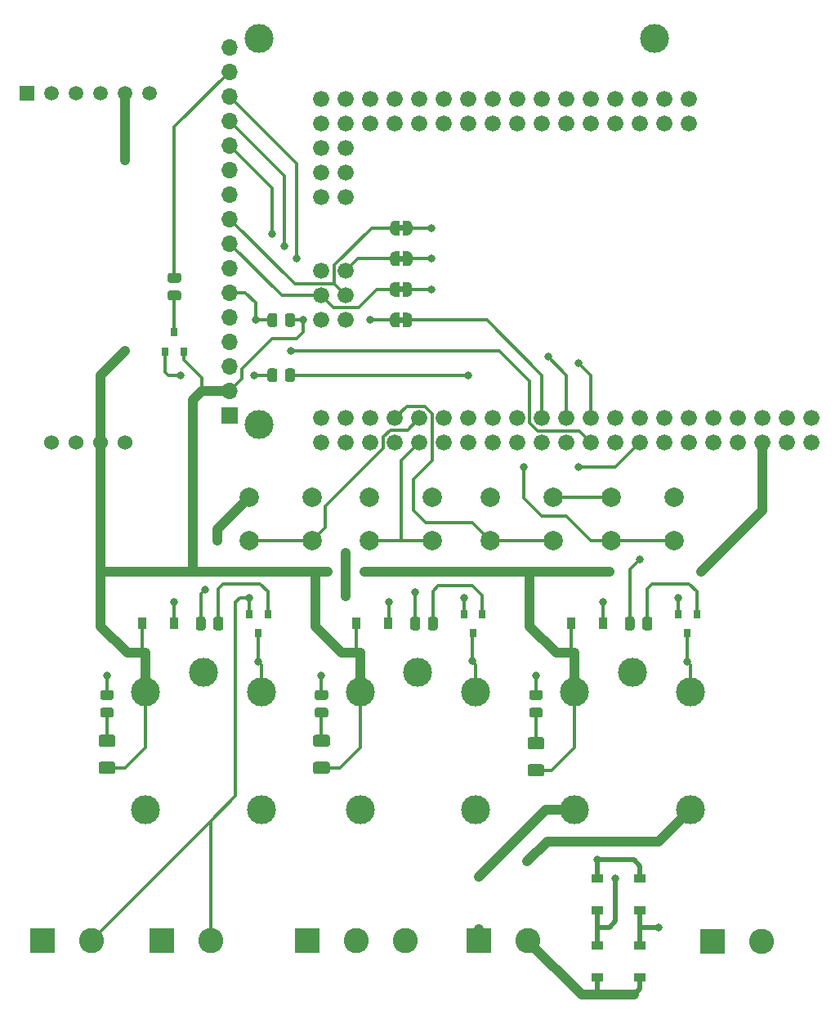
<source format=gbr>
%TF.GenerationSoftware,KiCad,Pcbnew,5.1.10*%
%TF.CreationDate,2022-03-18T21:46:21+01:00*%
%TF.ProjectId,ChickenDoor_V1,43686963-6b65-46e4-946f-6f725f56312e,V1*%
%TF.SameCoordinates,Original*%
%TF.FileFunction,Copper,L1,Top*%
%TF.FilePolarity,Positive*%
%FSLAX46Y46*%
G04 Gerber Fmt 4.6, Leading zero omitted, Abs format (unit mm)*
G04 Created by KiCad (PCBNEW 5.1.10) date 2022-03-18 21:46:21*
%MOMM*%
%LPD*%
G01*
G04 APERTURE LIST*
%TA.AperFunction,EtchedComponent*%
%ADD10C,0.100000*%
%TD*%
%TA.AperFunction,SMDPad,CuDef*%
%ADD11C,0.100000*%
%TD*%
%TA.AperFunction,ComponentPad*%
%ADD12C,3.000000*%
%TD*%
%TA.AperFunction,ComponentPad*%
%ADD13O,1.700000X1.700000*%
%TD*%
%TA.AperFunction,ComponentPad*%
%ADD14R,1.700000X1.700000*%
%TD*%
%TA.AperFunction,ComponentPad*%
%ADD15C,2.600000*%
%TD*%
%TA.AperFunction,ComponentPad*%
%ADD16R,2.600000X2.600000*%
%TD*%
%TA.AperFunction,ComponentPad*%
%ADD17C,1.676400*%
%TD*%
%TA.AperFunction,ComponentPad*%
%ADD18C,1.524000*%
%TD*%
%TA.AperFunction,ComponentPad*%
%ADD19C,1.508000*%
%TD*%
%TA.AperFunction,ComponentPad*%
%ADD20R,1.508000X1.508000*%
%TD*%
%TA.AperFunction,SMDPad,CuDef*%
%ADD21R,0.800000X0.900000*%
%TD*%
%TA.AperFunction,SMDPad,CuDef*%
%ADD22R,0.900000X1.200000*%
%TD*%
%TA.AperFunction,ComponentPad*%
%ADD23C,2.000000*%
%TD*%
%TA.AperFunction,SMDPad,CuDef*%
%ADD24R,1.200000X0.900000*%
%TD*%
%TA.AperFunction,ViaPad*%
%ADD25C,0.800000*%
%TD*%
%TA.AperFunction,Conductor*%
%ADD26C,0.350000*%
%TD*%
%TA.AperFunction,Conductor*%
%ADD27C,1.000000*%
%TD*%
%TA.AperFunction,Conductor*%
%ADD28C,0.500000*%
%TD*%
G04 APERTURE END LIST*
D10*
%TO.C,JP4*%
G36*
X95000000Y-97455000D02*
G01*
X95500000Y-97455000D01*
X95500000Y-96855000D01*
X95000000Y-96855000D01*
X95000000Y-97455000D01*
G37*
%TO.C,JP3*%
G36*
X95500000Y-93680000D02*
G01*
X95000000Y-93680000D01*
X95000000Y-94280000D01*
X95500000Y-94280000D01*
X95500000Y-93680000D01*
G37*
%TO.C,JP2*%
G36*
X95515000Y-90505000D02*
G01*
X95015000Y-90505000D01*
X95015000Y-91105000D01*
X95515000Y-91105000D01*
X95515000Y-90505000D01*
G37*
%TO.C,JP1*%
G36*
X95515000Y-87330000D02*
G01*
X95015000Y-87330000D01*
X95015000Y-87930000D01*
X95515000Y-87930000D01*
X95515000Y-87330000D01*
G37*
%TD*%
%TA.AperFunction,SMDPad,CuDef*%
D11*
%TO.P,JP4,1*%
%TO.N,/SD_CS*%
G36*
X95400000Y-96405000D02*
G01*
X95900000Y-96405000D01*
X95900000Y-96405602D01*
X95924534Y-96405602D01*
X95973365Y-96410412D01*
X96021490Y-96419984D01*
X96068445Y-96434228D01*
X96113778Y-96453005D01*
X96157051Y-96476136D01*
X96197850Y-96503396D01*
X96235779Y-96534524D01*
X96270476Y-96569221D01*
X96301604Y-96607150D01*
X96328864Y-96647949D01*
X96351995Y-96691222D01*
X96370772Y-96736555D01*
X96385016Y-96783510D01*
X96394588Y-96831635D01*
X96399398Y-96880466D01*
X96399398Y-96905000D01*
X96400000Y-96905000D01*
X96400000Y-97405000D01*
X96399398Y-97405000D01*
X96399398Y-97429534D01*
X96394588Y-97478365D01*
X96385016Y-97526490D01*
X96370772Y-97573445D01*
X96351995Y-97618778D01*
X96328864Y-97662051D01*
X96301604Y-97702850D01*
X96270476Y-97740779D01*
X96235779Y-97775476D01*
X96197850Y-97806604D01*
X96157051Y-97833864D01*
X96113778Y-97856995D01*
X96068445Y-97875772D01*
X96021490Y-97890016D01*
X95973365Y-97899588D01*
X95924534Y-97904398D01*
X95900000Y-97904398D01*
X95900000Y-97905000D01*
X95400000Y-97905000D01*
X95400000Y-96405000D01*
G37*
%TD.AperFunction*%
%TA.AperFunction,SMDPad,CuDef*%
%TO.P,JP4,2*%
%TO.N,Net-(J6-Pad14)*%
G36*
X94600000Y-97904398D02*
G01*
X94575466Y-97904398D01*
X94526635Y-97899588D01*
X94478510Y-97890016D01*
X94431555Y-97875772D01*
X94386222Y-97856995D01*
X94342949Y-97833864D01*
X94302150Y-97806604D01*
X94264221Y-97775476D01*
X94229524Y-97740779D01*
X94198396Y-97702850D01*
X94171136Y-97662051D01*
X94148005Y-97618778D01*
X94129228Y-97573445D01*
X94114984Y-97526490D01*
X94105412Y-97478365D01*
X94100602Y-97429534D01*
X94100602Y-97405000D01*
X94100000Y-97405000D01*
X94100000Y-96905000D01*
X94100602Y-96905000D01*
X94100602Y-96880466D01*
X94105412Y-96831635D01*
X94114984Y-96783510D01*
X94129228Y-96736555D01*
X94148005Y-96691222D01*
X94171136Y-96647949D01*
X94198396Y-96607150D01*
X94229524Y-96569221D01*
X94264221Y-96534524D01*
X94302150Y-96503396D01*
X94342949Y-96476136D01*
X94386222Y-96453005D01*
X94431555Y-96434228D01*
X94478510Y-96419984D01*
X94526635Y-96410412D01*
X94575466Y-96405602D01*
X94600000Y-96405602D01*
X94600000Y-96405000D01*
X95100000Y-96405000D01*
X95100000Y-97905000D01*
X94600000Y-97905000D01*
X94600000Y-97904398D01*
G37*
%TD.AperFunction*%
%TD*%
%TA.AperFunction,SMDPad,CuDef*%
%TO.P,JP3,1*%
%TO.N,/SD_MOSI*%
G36*
X95100000Y-94730000D02*
G01*
X94600000Y-94730000D01*
X94600000Y-94729398D01*
X94575466Y-94729398D01*
X94526635Y-94724588D01*
X94478510Y-94715016D01*
X94431555Y-94700772D01*
X94386222Y-94681995D01*
X94342949Y-94658864D01*
X94302150Y-94631604D01*
X94264221Y-94600476D01*
X94229524Y-94565779D01*
X94198396Y-94527850D01*
X94171136Y-94487051D01*
X94148005Y-94443778D01*
X94129228Y-94398445D01*
X94114984Y-94351490D01*
X94105412Y-94303365D01*
X94100602Y-94254534D01*
X94100602Y-94230000D01*
X94100000Y-94230000D01*
X94100000Y-93730000D01*
X94100602Y-93730000D01*
X94100602Y-93705466D01*
X94105412Y-93656635D01*
X94114984Y-93608510D01*
X94129228Y-93561555D01*
X94148005Y-93516222D01*
X94171136Y-93472949D01*
X94198396Y-93432150D01*
X94229524Y-93394221D01*
X94264221Y-93359524D01*
X94302150Y-93328396D01*
X94342949Y-93301136D01*
X94386222Y-93278005D01*
X94431555Y-93259228D01*
X94478510Y-93244984D01*
X94526635Y-93235412D01*
X94575466Y-93230602D01*
X94600000Y-93230602D01*
X94600000Y-93230000D01*
X95100000Y-93230000D01*
X95100000Y-94730000D01*
G37*
%TD.AperFunction*%
%TA.AperFunction,SMDPad,CuDef*%
%TO.P,JP3,2*%
%TO.N,Net-(J6-Pad13)*%
G36*
X95900000Y-93230602D02*
G01*
X95924534Y-93230602D01*
X95973365Y-93235412D01*
X96021490Y-93244984D01*
X96068445Y-93259228D01*
X96113778Y-93278005D01*
X96157051Y-93301136D01*
X96197850Y-93328396D01*
X96235779Y-93359524D01*
X96270476Y-93394221D01*
X96301604Y-93432150D01*
X96328864Y-93472949D01*
X96351995Y-93516222D01*
X96370772Y-93561555D01*
X96385016Y-93608510D01*
X96394588Y-93656635D01*
X96399398Y-93705466D01*
X96399398Y-93730000D01*
X96400000Y-93730000D01*
X96400000Y-94230000D01*
X96399398Y-94230000D01*
X96399398Y-94254534D01*
X96394588Y-94303365D01*
X96385016Y-94351490D01*
X96370772Y-94398445D01*
X96351995Y-94443778D01*
X96328864Y-94487051D01*
X96301604Y-94527850D01*
X96270476Y-94565779D01*
X96235779Y-94600476D01*
X96197850Y-94631604D01*
X96157051Y-94658864D01*
X96113778Y-94681995D01*
X96068445Y-94700772D01*
X96021490Y-94715016D01*
X95973365Y-94724588D01*
X95924534Y-94729398D01*
X95900000Y-94729398D01*
X95900000Y-94730000D01*
X95400000Y-94730000D01*
X95400000Y-93230000D01*
X95900000Y-93230000D01*
X95900000Y-93230602D01*
G37*
%TD.AperFunction*%
%TD*%
%TA.AperFunction,SMDPad,CuDef*%
%TO.P,JP2,1*%
%TO.N,/SD_MISO*%
G36*
X95115000Y-91555000D02*
G01*
X94615000Y-91555000D01*
X94615000Y-91554398D01*
X94590466Y-91554398D01*
X94541635Y-91549588D01*
X94493510Y-91540016D01*
X94446555Y-91525772D01*
X94401222Y-91506995D01*
X94357949Y-91483864D01*
X94317150Y-91456604D01*
X94279221Y-91425476D01*
X94244524Y-91390779D01*
X94213396Y-91352850D01*
X94186136Y-91312051D01*
X94163005Y-91268778D01*
X94144228Y-91223445D01*
X94129984Y-91176490D01*
X94120412Y-91128365D01*
X94115602Y-91079534D01*
X94115602Y-91055000D01*
X94115000Y-91055000D01*
X94115000Y-90555000D01*
X94115602Y-90555000D01*
X94115602Y-90530466D01*
X94120412Y-90481635D01*
X94129984Y-90433510D01*
X94144228Y-90386555D01*
X94163005Y-90341222D01*
X94186136Y-90297949D01*
X94213396Y-90257150D01*
X94244524Y-90219221D01*
X94279221Y-90184524D01*
X94317150Y-90153396D01*
X94357949Y-90126136D01*
X94401222Y-90103005D01*
X94446555Y-90084228D01*
X94493510Y-90069984D01*
X94541635Y-90060412D01*
X94590466Y-90055602D01*
X94615000Y-90055602D01*
X94615000Y-90055000D01*
X95115000Y-90055000D01*
X95115000Y-91555000D01*
G37*
%TD.AperFunction*%
%TA.AperFunction,SMDPad,CuDef*%
%TO.P,JP2,2*%
%TO.N,Net-(J6-Pad12)*%
G36*
X95915000Y-90055602D02*
G01*
X95939534Y-90055602D01*
X95988365Y-90060412D01*
X96036490Y-90069984D01*
X96083445Y-90084228D01*
X96128778Y-90103005D01*
X96172051Y-90126136D01*
X96212850Y-90153396D01*
X96250779Y-90184524D01*
X96285476Y-90219221D01*
X96316604Y-90257150D01*
X96343864Y-90297949D01*
X96366995Y-90341222D01*
X96385772Y-90386555D01*
X96400016Y-90433510D01*
X96409588Y-90481635D01*
X96414398Y-90530466D01*
X96414398Y-90555000D01*
X96415000Y-90555000D01*
X96415000Y-91055000D01*
X96414398Y-91055000D01*
X96414398Y-91079534D01*
X96409588Y-91128365D01*
X96400016Y-91176490D01*
X96385772Y-91223445D01*
X96366995Y-91268778D01*
X96343864Y-91312051D01*
X96316604Y-91352850D01*
X96285476Y-91390779D01*
X96250779Y-91425476D01*
X96212850Y-91456604D01*
X96172051Y-91483864D01*
X96128778Y-91506995D01*
X96083445Y-91525772D01*
X96036490Y-91540016D01*
X95988365Y-91549588D01*
X95939534Y-91554398D01*
X95915000Y-91554398D01*
X95915000Y-91555000D01*
X95415000Y-91555000D01*
X95415000Y-90055000D01*
X95915000Y-90055000D01*
X95915000Y-90055602D01*
G37*
%TD.AperFunction*%
%TD*%
%TA.AperFunction,SMDPad,CuDef*%
%TO.P,JP1,1*%
%TO.N,/SD_SCK*%
G36*
X95115000Y-88380000D02*
G01*
X94615000Y-88380000D01*
X94615000Y-88379398D01*
X94590466Y-88379398D01*
X94541635Y-88374588D01*
X94493510Y-88365016D01*
X94446555Y-88350772D01*
X94401222Y-88331995D01*
X94357949Y-88308864D01*
X94317150Y-88281604D01*
X94279221Y-88250476D01*
X94244524Y-88215779D01*
X94213396Y-88177850D01*
X94186136Y-88137051D01*
X94163005Y-88093778D01*
X94144228Y-88048445D01*
X94129984Y-88001490D01*
X94120412Y-87953365D01*
X94115602Y-87904534D01*
X94115602Y-87880000D01*
X94115000Y-87880000D01*
X94115000Y-87380000D01*
X94115602Y-87380000D01*
X94115602Y-87355466D01*
X94120412Y-87306635D01*
X94129984Y-87258510D01*
X94144228Y-87211555D01*
X94163005Y-87166222D01*
X94186136Y-87122949D01*
X94213396Y-87082150D01*
X94244524Y-87044221D01*
X94279221Y-87009524D01*
X94317150Y-86978396D01*
X94357949Y-86951136D01*
X94401222Y-86928005D01*
X94446555Y-86909228D01*
X94493510Y-86894984D01*
X94541635Y-86885412D01*
X94590466Y-86880602D01*
X94615000Y-86880602D01*
X94615000Y-86880000D01*
X95115000Y-86880000D01*
X95115000Y-88380000D01*
G37*
%TD.AperFunction*%
%TA.AperFunction,SMDPad,CuDef*%
%TO.P,JP1,2*%
%TO.N,Net-(J6-Pad11)*%
G36*
X95915000Y-86880602D02*
G01*
X95939534Y-86880602D01*
X95988365Y-86885412D01*
X96036490Y-86894984D01*
X96083445Y-86909228D01*
X96128778Y-86928005D01*
X96172051Y-86951136D01*
X96212850Y-86978396D01*
X96250779Y-87009524D01*
X96285476Y-87044221D01*
X96316604Y-87082150D01*
X96343864Y-87122949D01*
X96366995Y-87166222D01*
X96385772Y-87211555D01*
X96400016Y-87258510D01*
X96409588Y-87306635D01*
X96414398Y-87355466D01*
X96414398Y-87380000D01*
X96415000Y-87380000D01*
X96415000Y-87880000D01*
X96414398Y-87880000D01*
X96414398Y-87904534D01*
X96409588Y-87953365D01*
X96400016Y-88001490D01*
X96385772Y-88048445D01*
X96366995Y-88093778D01*
X96343864Y-88137051D01*
X96316604Y-88177850D01*
X96285476Y-88215779D01*
X96250779Y-88250476D01*
X96212850Y-88281604D01*
X96172051Y-88308864D01*
X96128778Y-88331995D01*
X96083445Y-88350772D01*
X96036490Y-88365016D01*
X95988365Y-88374588D01*
X95939534Y-88379398D01*
X95915000Y-88379398D01*
X95915000Y-88380000D01*
X95415000Y-88380000D01*
X95415000Y-86880000D01*
X95915000Y-86880000D01*
X95915000Y-86880602D01*
G37*
%TD.AperFunction*%
%TD*%
D12*
%TO.P,J6,17*%
%TO.N,N/C*%
X121500000Y-68000000D03*
X80500000Y-68000000D03*
X80500000Y-108000000D03*
D13*
%TO.P,J6,16*%
%TO.N,GND*%
X77500000Y-68900000D03*
%TO.P,J6,15*%
%TO.N,Net-(J6-Pad15)*%
X77500000Y-71440000D03*
%TO.P,J6,14*%
%TO.N,Net-(J6-Pad14)*%
X77500000Y-73980000D03*
%TO.P,J6,13*%
%TO.N,Net-(J6-Pad13)*%
X77500000Y-76520000D03*
%TO.P,J6,12*%
%TO.N,Net-(J6-Pad12)*%
X77500000Y-79060000D03*
%TO.P,J6,11*%
%TO.N,Net-(J6-Pad11)*%
X77500000Y-81600000D03*
%TO.P,J6,10*%
%TO.N,/TFT_CS*%
X77500000Y-84140000D03*
%TO.P,J6,9*%
%TO.N,/SD_SCK*%
X77500000Y-86680000D03*
%TO.P,J6,8*%
%TO.N,/SD_MOSI*%
X77500000Y-89220000D03*
%TO.P,J6,7*%
%TO.N,/TFT_DataOrCommand*%
X77500000Y-91760000D03*
%TO.P,J6,6*%
%TO.N,/TFT_reset*%
X77500000Y-94300000D03*
%TO.P,J6,5*%
%TO.N,N/C*%
X77500000Y-96840000D03*
%TO.P,J6,4*%
X77500000Y-99380000D03*
%TO.P,J6,3*%
X77500000Y-101920000D03*
%TO.P,J6,2*%
%TO.N,+5V*%
X77500000Y-104460000D03*
D14*
%TO.P,J6,1*%
%TO.N,GND*%
X77500000Y-107000000D03*
%TD*%
D15*
%TO.P,J7,2*%
%TO.N,Net-(D10-Pad1)*%
X132580000Y-161500000D03*
D16*
%TO.P,J7,1*%
%TO.N,Net-(D7-Pad2)*%
X127500000Y-161500000D03*
%TD*%
D15*
%TO.P,J4,2*%
%TO.N,GND*%
X75565000Y-161410000D03*
D16*
%TO.P,J4,1*%
%TO.N,/DoorPositionDown*%
X70485000Y-161410000D03*
%TD*%
D15*
%TO.P,J3,2*%
%TO.N,GND*%
X63180000Y-161360000D03*
D16*
%TO.P,J3,1*%
%TO.N,/DoorPositionUp*%
X58100000Y-161360000D03*
%TD*%
D15*
%TO.P,J2,2*%
%TO.N,Net-(D10-Pad2)*%
X108420000Y-161410000D03*
D16*
%TO.P,J2,1*%
%TO.N,Net-(D7-Pad1)*%
X103340000Y-161410000D03*
%TD*%
D15*
%TO.P,J1,3*%
%TO.N,Net-(J1-Pad3)*%
X95720000Y-161410000D03*
%TO.P,J1,2*%
%TO.N,Net-(J1-Pad2)*%
X90640000Y-161410000D03*
D16*
%TO.P,J1,1*%
%TO.N,Net-(J1-Pad1)*%
X85560000Y-161410000D03*
%TD*%
D17*
%TO.P,U1,MOSI*%
%TO.N,/SD_MOSI*%
X86995000Y-94615000D03*
%TO.P,U1,5V_3*%
%TO.N,+5V*%
X86995000Y-92075000D03*
%TO.P,U1,MISO*%
%TO.N,/SD_MISO*%
X89535000Y-92075000D03*
%TO.P,U1,SCK*%
%TO.N,/SD_SCK*%
X89535000Y-94615000D03*
%TO.P,U1,GND_3*%
%TO.N,GND*%
X86995000Y-97155000D03*
%TO.P,U1,RESET*%
%TO.N,N/C*%
X89535000Y-97155000D03*
%TO.P,U1,D53*%
X89535000Y-84455000D03*
%TO.P,U1,D52*%
X86995000Y-84455000D03*
%TO.P,U1,D50*%
X86995000Y-81915000D03*
%TO.P,U1,D51*%
X89535000Y-81915000D03*
%TO.P,U1,D49*%
X89535000Y-79375000D03*
%TO.P,U1,D48*%
X86995000Y-79375000D03*
%TO.P,U1,D47*%
X86995000Y-76835000D03*
%TO.P,U1,D46*%
X86995000Y-74295000D03*
%TO.P,U1,D45*%
X89535000Y-76835000D03*
%TO.P,U1,D44*%
X89535000Y-74295000D03*
%TO.P,U1,D43*%
X92075000Y-76835000D03*
%TO.P,U1,D42*%
X92075000Y-74295000D03*
%TO.P,U1,D41*%
X94615000Y-76835000D03*
%TO.P,U1,D40*%
X94615000Y-74295000D03*
%TO.P,U1,D39*%
X97155000Y-76835000D03*
%TO.P,U1,D38*%
X97155000Y-74295000D03*
%TO.P,U1,D37*%
X99695000Y-76835000D03*
%TO.P,U1,D36*%
X99695000Y-74295000D03*
%TO.P,U1,D35*%
X102235000Y-76835000D03*
%TO.P,U1,D34*%
X102235000Y-74295000D03*
%TO.P,U1,D33*%
X104775000Y-76835000D03*
%TO.P,U1,D32*%
X104775000Y-74295000D03*
%TO.P,U1,A15*%
X107315000Y-76835000D03*
%TO.P,U1,A14*%
X107315000Y-74295000D03*
%TO.P,U1,A13*%
X109855000Y-76835000D03*
%TO.P,U1,A12*%
X109855000Y-74295000D03*
%TO.P,U1,A11*%
X112395000Y-76835000D03*
%TO.P,U1,A10*%
X112395000Y-74295000D03*
%TO.P,U1,A9*%
X114935000Y-76835000D03*
%TO.P,U1,A8*%
X114935000Y-74295000D03*
%TO.P,U1,A7*%
X117475000Y-76835000D03*
%TO.P,U1,A6*%
X117475000Y-74295000D03*
%TO.P,U1,A4*%
X120015000Y-74295000D03*
%TO.P,U1,A5*%
X120015000Y-76835000D03*
%TO.P,U1,A3*%
X122555000Y-76835000D03*
%TO.P,U1,A2*%
X122555000Y-74295000D03*
%TO.P,U1,A0*%
X125095000Y-74295000D03*
%TO.P,U1,A1*%
X125095000Y-76835000D03*
%TO.P,U1,D22*%
%TO.N,/SW_BackButton*%
X97155000Y-107315000D03*
%TO.P,U1,D24*%
%TO.N,/SW_UpButton*%
X94615000Y-107315000D03*
%TO.P,U1,D26*%
%TO.N,/DoorPositionUp*%
X92075000Y-107315000D03*
%TO.P,U1,D28*%
%TO.N,N/C*%
X89535000Y-107315000D03*
%TO.P,U1,D30*%
X86995000Y-107315000D03*
%TO.P,U1,D31*%
X86995000Y-109855000D03*
%TO.P,U1,D29*%
X89535000Y-109855000D03*
%TO.P,U1,D27*%
%TO.N,/DoorPositionDown*%
X92075000Y-109855000D03*
%TO.P,U1,D25*%
%TO.N,/SW_DownButton*%
X94615000Y-109855000D03*
%TO.P,U1,D23*%
%TO.N,/SW_EnterButton*%
X97155000Y-109855000D03*
%TO.P,U1,D20*%
%TO.N,/RTC_SDA*%
X99695000Y-107315000D03*
%TO.P,U1,D18*%
%TO.N,N/C*%
X102235000Y-107315000D03*
%TO.P,U1,D16*%
X104775000Y-107315000D03*
%TO.P,U1,D14*%
X107315000Y-107315000D03*
%TO.P,U1,D12*%
%TO.N,/SD_CS*%
X109855000Y-107315000D03*
%TO.P,U1,D10*%
%TO.N,/TFT_CS*%
X112395000Y-107315000D03*
%TO.P,U1,D8*%
%TO.N,/TFT_DataOrCommand*%
X114935000Y-107315000D03*
%TO.P,U1,D6*%
%TO.N,/Motor_Down*%
X117475000Y-107315000D03*
%TO.P,U1,D4*%
%TO.N,/TFT_Dimming*%
X120015000Y-107315000D03*
%TO.P,U1,D2*%
%TO.N,N/C*%
X122555000Y-107315000D03*
%TO.P,U1,D21*%
%TO.N,/RTC_SCL*%
X99695000Y-109855000D03*
%TO.P,U1,D19*%
%TO.N,N/C*%
X102235000Y-109855000D03*
%TO.P,U1,D17*%
X104775000Y-109855000D03*
%TO.P,U1,D15*%
X107315000Y-109855000D03*
%TO.P,U1,D13*%
X109855000Y-109855000D03*
%TO.P,U1,D11*%
X112395000Y-109855000D03*
%TO.P,U1,D9*%
%TO.N,/TFT_reset*%
X114935000Y-109855000D03*
%TO.P,U1,D7*%
%TO.N,/Motor_Up*%
X117475000Y-109855000D03*
%TO.P,U1,D5*%
%TO.N,/IndoorLighting*%
X120015000Y-109855000D03*
%TO.P,U1,D3*%
%TO.N,N/C*%
X122555000Y-109855000D03*
%TO.P,U1,TX*%
X125095000Y-109855000D03*
%TO.P,U1,RX*%
X125095000Y-107315000D03*
%TO.P,U1,AREF*%
X127635000Y-107315000D03*
%TO.P,U1,RST*%
X127635000Y-109855000D03*
%TO.P,U1,3V3_1*%
%TO.N,+3V3*%
X130175000Y-109855000D03*
%TO.P,U1,3V3_2*%
X130175000Y-107315000D03*
%TO.P,U1,5V_2*%
%TO.N,+5V*%
X132715000Y-107315000D03*
%TO.P,U1,5V_1*%
X132715000Y-109855000D03*
%TO.P,U1,GND_1*%
%TO.N,GND*%
X135255000Y-109855000D03*
%TO.P,U1,GND_2*%
X135255000Y-107315000D03*
%TO.P,U1,VIN_1*%
%TO.N,Net-(U1-PadVIN_1)*%
X137795000Y-109855000D03*
%TO.P,U1,VIN_2*%
X137795000Y-107315000D03*
%TD*%
D18*
%TO.P,U2,6*%
%TO.N,GND*%
X66675000Y-109855000D03*
%TO.P,U2,5*%
%TO.N,+5V*%
X64135000Y-109855000D03*
%TO.P,U2,4*%
%TO.N,/RTC_SDA*%
X61595000Y-109855000D03*
%TO.P,U2,3*%
%TO.N,/RTC_SCL*%
X59055000Y-109855000D03*
D19*
%TO.P,U2,6*%
%TO.N,GND*%
X69215000Y-73660000D03*
%TO.P,U2,5*%
%TO.N,+5V*%
X66675000Y-73660000D03*
%TO.P,U2,4*%
%TO.N,/RTC_SDA*%
X64135000Y-73660000D03*
%TO.P,U2,3*%
%TO.N,/RTC_SCL*%
X61595000Y-73660000D03*
%TO.P,U2,2*%
%TO.N,N/C*%
X59055000Y-73660000D03*
D20*
%TO.P,U2,1*%
X56515000Y-73660000D03*
%TD*%
%TO.P,R7,2*%
%TO.N,/TFT_Dimming*%
%TA.AperFunction,SMDPad,CuDef*%
G36*
G01*
X83227500Y-103320002D02*
X83227500Y-102419998D01*
G75*
G02*
X83477498Y-102170000I249998J0D01*
G01*
X84002502Y-102170000D01*
G75*
G02*
X84252500Y-102419998I0J-249998D01*
G01*
X84252500Y-103320002D01*
G75*
G02*
X84002502Y-103570000I-249998J0D01*
G01*
X83477498Y-103570000D01*
G75*
G02*
X83227500Y-103320002I0J249998D01*
G01*
G37*
%TD.AperFunction*%
%TO.P,R7,1*%
%TO.N,Net-(Q4-Pad1)*%
%TA.AperFunction,SMDPad,CuDef*%
G36*
G01*
X81402500Y-103320002D02*
X81402500Y-102419998D01*
G75*
G02*
X81652498Y-102170000I249998J0D01*
G01*
X82177502Y-102170000D01*
G75*
G02*
X82427500Y-102419998I0J-249998D01*
G01*
X82427500Y-103320002D01*
G75*
G02*
X82177502Y-103570000I-249998J0D01*
G01*
X81652498Y-103570000D01*
G75*
G02*
X81402500Y-103320002I0J249998D01*
G01*
G37*
%TD.AperFunction*%
%TD*%
D21*
%TO.P,Q4,3*%
%TO.N,Net-(Q4-Pad3)*%
X71755000Y-98425000D03*
%TO.P,Q4,2*%
%TO.N,+5V*%
X72705000Y-100425000D03*
%TO.P,Q4,1*%
%TO.N,Net-(Q4-Pad1)*%
X70805000Y-100425000D03*
%TD*%
%TO.P,D4,2*%
%TO.N,+5V*%
%TA.AperFunction,SMDPad,CuDef*%
G36*
G01*
X108595000Y-143145000D02*
X109845000Y-143145000D01*
G75*
G02*
X110095000Y-143395000I0J-250000D01*
G01*
X110095000Y-144145000D01*
G75*
G02*
X109845000Y-144395000I-250000J0D01*
G01*
X108595000Y-144395000D01*
G75*
G02*
X108345000Y-144145000I0J250000D01*
G01*
X108345000Y-143395000D01*
G75*
G02*
X108595000Y-143145000I250000J0D01*
G01*
G37*
%TD.AperFunction*%
%TO.P,D4,1*%
%TO.N,Net-(D4-Pad1)*%
%TA.AperFunction,SMDPad,CuDef*%
G36*
G01*
X108595000Y-140345000D02*
X109845000Y-140345000D01*
G75*
G02*
X110095000Y-140595000I0J-250000D01*
G01*
X110095000Y-141345000D01*
G75*
G02*
X109845000Y-141595000I-250000J0D01*
G01*
X108595000Y-141595000D01*
G75*
G02*
X108345000Y-141345000I0J250000D01*
G01*
X108345000Y-140595000D01*
G75*
G02*
X108595000Y-140345000I250000J0D01*
G01*
G37*
%TD.AperFunction*%
%TD*%
%TO.P,D3,2*%
%TO.N,+5V*%
%TA.AperFunction,SMDPad,CuDef*%
G36*
G01*
X86370000Y-142885000D02*
X87620000Y-142885000D01*
G75*
G02*
X87870000Y-143135000I0J-250000D01*
G01*
X87870000Y-143885000D01*
G75*
G02*
X87620000Y-144135000I-250000J0D01*
G01*
X86370000Y-144135000D01*
G75*
G02*
X86120000Y-143885000I0J250000D01*
G01*
X86120000Y-143135000D01*
G75*
G02*
X86370000Y-142885000I250000J0D01*
G01*
G37*
%TD.AperFunction*%
%TO.P,D3,1*%
%TO.N,Net-(D3-Pad1)*%
%TA.AperFunction,SMDPad,CuDef*%
G36*
G01*
X86370000Y-140085000D02*
X87620000Y-140085000D01*
G75*
G02*
X87870000Y-140335000I0J-250000D01*
G01*
X87870000Y-141085000D01*
G75*
G02*
X87620000Y-141335000I-250000J0D01*
G01*
X86370000Y-141335000D01*
G75*
G02*
X86120000Y-141085000I0J250000D01*
G01*
X86120000Y-140335000D01*
G75*
G02*
X86370000Y-140085000I250000J0D01*
G01*
G37*
%TD.AperFunction*%
%TD*%
%TO.P,D1,2*%
%TO.N,+5V*%
%TA.AperFunction,SMDPad,CuDef*%
G36*
G01*
X64145000Y-142885000D02*
X65395000Y-142885000D01*
G75*
G02*
X65645000Y-143135000I0J-250000D01*
G01*
X65645000Y-143885000D01*
G75*
G02*
X65395000Y-144135000I-250000J0D01*
G01*
X64145000Y-144135000D01*
G75*
G02*
X63895000Y-143885000I0J250000D01*
G01*
X63895000Y-143135000D01*
G75*
G02*
X64145000Y-142885000I250000J0D01*
G01*
G37*
%TD.AperFunction*%
%TO.P,D1,1*%
%TO.N,Net-(D1-Pad1)*%
%TA.AperFunction,SMDPad,CuDef*%
G36*
G01*
X64145000Y-140085000D02*
X65395000Y-140085000D01*
G75*
G02*
X65645000Y-140335000I0J-250000D01*
G01*
X65645000Y-141085000D01*
G75*
G02*
X65395000Y-141335000I-250000J0D01*
G01*
X64145000Y-141335000D01*
G75*
G02*
X63895000Y-141085000I0J250000D01*
G01*
X63895000Y-140335000D01*
G75*
G02*
X64145000Y-140085000I250000J0D01*
G01*
G37*
%TD.AperFunction*%
%TD*%
%TO.P,Q3,3*%
%TO.N,Net-(D5-Pad2)*%
X102705000Y-129580000D03*
%TO.P,Q3,2*%
%TO.N,GND*%
X101755000Y-127580000D03*
%TO.P,Q3,1*%
%TO.N,Net-(Q3-Pad1)*%
X103655000Y-127580000D03*
%TD*%
%TO.P,Q2,3*%
%TO.N,Net-(D6-Pad2)*%
X124930000Y-129580000D03*
%TO.P,Q2,2*%
%TO.N,GND*%
X123980000Y-127580000D03*
%TO.P,Q2,1*%
%TO.N,Net-(Q2-Pad1)*%
X125880000Y-127580000D03*
%TD*%
%TO.P,Q1,3*%
%TO.N,Net-(D2-Pad2)*%
X80480000Y-129580000D03*
%TO.P,Q1,2*%
%TO.N,GND*%
X79530000Y-127580000D03*
%TO.P,Q1,1*%
%TO.N,Net-(Q1-Pad1)*%
X81430000Y-127580000D03*
%TD*%
D22*
%TO.P,D6,2*%
%TO.N,Net-(D6-Pad2)*%
X116165000Y-128580000D03*
%TO.P,D6,1*%
%TO.N,+5V*%
X112865000Y-128580000D03*
%TD*%
%TO.P,D5,2*%
%TO.N,Net-(D5-Pad2)*%
X93940000Y-128580000D03*
%TO.P,D5,1*%
%TO.N,+5V*%
X90640000Y-128580000D03*
%TD*%
%TO.P,D2,2*%
%TO.N,Net-(D2-Pad2)*%
X71715000Y-128580000D03*
%TO.P,D2,1*%
%TO.N,+5V*%
X68415000Y-128580000D03*
%TD*%
%TO.P,R9,2*%
%TO.N,/TFT_reset*%
%TA.AperFunction,SMDPad,CuDef*%
G36*
G01*
X82427500Y-96704998D02*
X82427500Y-97605002D01*
G75*
G02*
X82177502Y-97855000I-249998J0D01*
G01*
X81652498Y-97855000D01*
G75*
G02*
X81402500Y-97605002I0J249998D01*
G01*
X81402500Y-96704998D01*
G75*
G02*
X81652498Y-96455000I249998J0D01*
G01*
X82177502Y-96455000D01*
G75*
G02*
X82427500Y-96704998I0J-249998D01*
G01*
G37*
%TD.AperFunction*%
%TO.P,R9,1*%
%TO.N,+5V*%
%TA.AperFunction,SMDPad,CuDef*%
G36*
G01*
X84252500Y-96704998D02*
X84252500Y-97605002D01*
G75*
G02*
X84002502Y-97855000I-249998J0D01*
G01*
X83477498Y-97855000D01*
G75*
G02*
X83227500Y-97605002I0J249998D01*
G01*
X83227500Y-96704998D01*
G75*
G02*
X83477498Y-96455000I249998J0D01*
G01*
X84002502Y-96455000D01*
G75*
G02*
X84252500Y-96704998I0J-249998D01*
G01*
G37*
%TD.AperFunction*%
%TD*%
%TO.P,R8,2*%
%TO.N,Net-(Q4-Pad3)*%
%TA.AperFunction,SMDPad,CuDef*%
G36*
G01*
X71304998Y-94102500D02*
X72205002Y-94102500D01*
G75*
G02*
X72455000Y-94352498I0J-249998D01*
G01*
X72455000Y-94877502D01*
G75*
G02*
X72205002Y-95127500I-249998J0D01*
G01*
X71304998Y-95127500D01*
G75*
G02*
X71055000Y-94877502I0J249998D01*
G01*
X71055000Y-94352498D01*
G75*
G02*
X71304998Y-94102500I249998J0D01*
G01*
G37*
%TD.AperFunction*%
%TO.P,R8,1*%
%TO.N,Net-(J6-Pad15)*%
%TA.AperFunction,SMDPad,CuDef*%
G36*
G01*
X71304998Y-92277500D02*
X72205002Y-92277500D01*
G75*
G02*
X72455000Y-92527498I0J-249998D01*
G01*
X72455000Y-93052502D01*
G75*
G02*
X72205002Y-93302500I-249998J0D01*
G01*
X71304998Y-93302500D01*
G75*
G02*
X71055000Y-93052502I0J249998D01*
G01*
X71055000Y-92527498D01*
G75*
G02*
X71304998Y-92277500I249998J0D01*
G01*
G37*
%TD.AperFunction*%
%TD*%
%TO.P,R4,2*%
%TO.N,/Motor_Down*%
%TA.AperFunction,SMDPad,CuDef*%
G36*
G01*
X119450000Y-128129998D02*
X119450000Y-129030002D01*
G75*
G02*
X119200002Y-129280000I-249998J0D01*
G01*
X118674998Y-129280000D01*
G75*
G02*
X118425000Y-129030002I0J249998D01*
G01*
X118425000Y-128129998D01*
G75*
G02*
X118674998Y-127880000I249998J0D01*
G01*
X119200002Y-127880000D01*
G75*
G02*
X119450000Y-128129998I0J-249998D01*
G01*
G37*
%TD.AperFunction*%
%TO.P,R4,1*%
%TO.N,Net-(Q2-Pad1)*%
%TA.AperFunction,SMDPad,CuDef*%
G36*
G01*
X121275000Y-128129998D02*
X121275000Y-129030002D01*
G75*
G02*
X121025002Y-129280000I-249998J0D01*
G01*
X120499998Y-129280000D01*
G75*
G02*
X120250000Y-129030002I0J249998D01*
G01*
X120250000Y-128129998D01*
G75*
G02*
X120499998Y-127880000I249998J0D01*
G01*
X121025002Y-127880000D01*
G75*
G02*
X121275000Y-128129998I0J-249998D01*
G01*
G37*
%TD.AperFunction*%
%TD*%
%TO.P,R3,2*%
%TO.N,/Motor_Up*%
%TA.AperFunction,SMDPad,CuDef*%
G36*
G01*
X97225000Y-128129998D02*
X97225000Y-129030002D01*
G75*
G02*
X96975002Y-129280000I-249998J0D01*
G01*
X96449998Y-129280000D01*
G75*
G02*
X96200000Y-129030002I0J249998D01*
G01*
X96200000Y-128129998D01*
G75*
G02*
X96449998Y-127880000I249998J0D01*
G01*
X96975002Y-127880000D01*
G75*
G02*
X97225000Y-128129998I0J-249998D01*
G01*
G37*
%TD.AperFunction*%
%TO.P,R3,1*%
%TO.N,Net-(Q3-Pad1)*%
%TA.AperFunction,SMDPad,CuDef*%
G36*
G01*
X99050000Y-128129998D02*
X99050000Y-129030002D01*
G75*
G02*
X98800002Y-129280000I-249998J0D01*
G01*
X98274998Y-129280000D01*
G75*
G02*
X98025000Y-129030002I0J249998D01*
G01*
X98025000Y-128129998D01*
G75*
G02*
X98274998Y-127880000I249998J0D01*
G01*
X98800002Y-127880000D01*
G75*
G02*
X99050000Y-128129998I0J-249998D01*
G01*
G37*
%TD.AperFunction*%
%TD*%
%TO.P,R1,2*%
%TO.N,/IndoorLighting*%
%TA.AperFunction,SMDPad,CuDef*%
G36*
G01*
X75000000Y-128129998D02*
X75000000Y-129030002D01*
G75*
G02*
X74750002Y-129280000I-249998J0D01*
G01*
X74224998Y-129280000D01*
G75*
G02*
X73975000Y-129030002I0J249998D01*
G01*
X73975000Y-128129998D01*
G75*
G02*
X74224998Y-127880000I249998J0D01*
G01*
X74750002Y-127880000D01*
G75*
G02*
X75000000Y-128129998I0J-249998D01*
G01*
G37*
%TD.AperFunction*%
%TO.P,R1,1*%
%TO.N,Net-(Q1-Pad1)*%
%TA.AperFunction,SMDPad,CuDef*%
G36*
G01*
X76825000Y-128129998D02*
X76825000Y-129030002D01*
G75*
G02*
X76575002Y-129280000I-249998J0D01*
G01*
X76049998Y-129280000D01*
G75*
G02*
X75800000Y-129030002I0J249998D01*
G01*
X75800000Y-128129998D01*
G75*
G02*
X76049998Y-127880000I249998J0D01*
G01*
X76575002Y-127880000D01*
G75*
G02*
X76825000Y-128129998I0J-249998D01*
G01*
G37*
%TD.AperFunction*%
%TD*%
%TO.P,R6,2*%
%TO.N,Net-(D4-Pad1)*%
%TA.AperFunction,SMDPad,CuDef*%
G36*
G01*
X108769998Y-137282500D02*
X109670002Y-137282500D01*
G75*
G02*
X109920000Y-137532498I0J-249998D01*
G01*
X109920000Y-138057502D01*
G75*
G02*
X109670002Y-138307500I-249998J0D01*
G01*
X108769998Y-138307500D01*
G75*
G02*
X108520000Y-138057502I0J249998D01*
G01*
X108520000Y-137532498D01*
G75*
G02*
X108769998Y-137282500I249998J0D01*
G01*
G37*
%TD.AperFunction*%
%TO.P,R6,1*%
%TO.N,Net-(D6-Pad2)*%
%TA.AperFunction,SMDPad,CuDef*%
G36*
G01*
X108769998Y-135457500D02*
X109670002Y-135457500D01*
G75*
G02*
X109920000Y-135707498I0J-249998D01*
G01*
X109920000Y-136232502D01*
G75*
G02*
X109670002Y-136482500I-249998J0D01*
G01*
X108769998Y-136482500D01*
G75*
G02*
X108520000Y-136232502I0J249998D01*
G01*
X108520000Y-135707498D01*
G75*
G02*
X108769998Y-135457500I249998J0D01*
G01*
G37*
%TD.AperFunction*%
%TD*%
%TO.P,R5,2*%
%TO.N,Net-(D3-Pad1)*%
%TA.AperFunction,SMDPad,CuDef*%
G36*
G01*
X86544998Y-137282500D02*
X87445002Y-137282500D01*
G75*
G02*
X87695000Y-137532498I0J-249998D01*
G01*
X87695000Y-138057502D01*
G75*
G02*
X87445002Y-138307500I-249998J0D01*
G01*
X86544998Y-138307500D01*
G75*
G02*
X86295000Y-138057502I0J249998D01*
G01*
X86295000Y-137532498D01*
G75*
G02*
X86544998Y-137282500I249998J0D01*
G01*
G37*
%TD.AperFunction*%
%TO.P,R5,1*%
%TO.N,Net-(D5-Pad2)*%
%TA.AperFunction,SMDPad,CuDef*%
G36*
G01*
X86544998Y-135457500D02*
X87445002Y-135457500D01*
G75*
G02*
X87695000Y-135707498I0J-249998D01*
G01*
X87695000Y-136232502D01*
G75*
G02*
X87445002Y-136482500I-249998J0D01*
G01*
X86544998Y-136482500D01*
G75*
G02*
X86295000Y-136232502I0J249998D01*
G01*
X86295000Y-135707498D01*
G75*
G02*
X86544998Y-135457500I249998J0D01*
G01*
G37*
%TD.AperFunction*%
%TD*%
%TO.P,R2,2*%
%TO.N,Net-(D1-Pad1)*%
%TA.AperFunction,SMDPad,CuDef*%
G36*
G01*
X64319998Y-137282500D02*
X65220002Y-137282500D01*
G75*
G02*
X65470000Y-137532498I0J-249998D01*
G01*
X65470000Y-138057502D01*
G75*
G02*
X65220002Y-138307500I-249998J0D01*
G01*
X64319998Y-138307500D01*
G75*
G02*
X64070000Y-138057502I0J249998D01*
G01*
X64070000Y-137532498D01*
G75*
G02*
X64319998Y-137282500I249998J0D01*
G01*
G37*
%TD.AperFunction*%
%TO.P,R2,1*%
%TO.N,Net-(D2-Pad2)*%
%TA.AperFunction,SMDPad,CuDef*%
G36*
G01*
X64319998Y-135457500D02*
X65220002Y-135457500D01*
G75*
G02*
X65470000Y-135707498I0J-249998D01*
G01*
X65470000Y-136232502D01*
G75*
G02*
X65220002Y-136482500I-249998J0D01*
G01*
X64319998Y-136482500D01*
G75*
G02*
X64070000Y-136232502I0J249998D01*
G01*
X64070000Y-135707498D01*
G75*
G02*
X64319998Y-135457500I249998J0D01*
G01*
G37*
%TD.AperFunction*%
%TD*%
D12*
%TO.P,K3,11*%
%TO.N,Net-(D10-Pad1)*%
X119215000Y-133660000D03*
%TO.P,K3,A2*%
%TO.N,Net-(D6-Pad2)*%
X125215000Y-135660000D03*
%TO.P,K3,12*%
%TO.N,Net-(D10-Pad2)*%
X125215000Y-147860000D03*
%TO.P,K3,14*%
%TO.N,Net-(D7-Pad1)*%
X113215000Y-147860000D03*
%TO.P,K3,A1*%
%TO.N,+5V*%
X113215000Y-135660000D03*
%TD*%
%TO.P,K2,11*%
%TO.N,Net-(D7-Pad2)*%
X96990000Y-133660000D03*
%TO.P,K2,A2*%
%TO.N,Net-(D5-Pad2)*%
X102990000Y-135660000D03*
%TO.P,K2,12*%
%TO.N,Net-(D10-Pad2)*%
X102990000Y-147860000D03*
%TO.P,K2,14*%
%TO.N,Net-(D7-Pad1)*%
X90990000Y-147860000D03*
%TO.P,K2,A1*%
%TO.N,+5V*%
X90990000Y-135660000D03*
%TD*%
%TO.P,K1,11*%
%TO.N,Net-(J1-Pad2)*%
X74765000Y-133660000D03*
%TO.P,K1,A2*%
%TO.N,Net-(D2-Pad2)*%
X80765000Y-135660000D03*
%TO.P,K1,12*%
%TO.N,Net-(J1-Pad3)*%
X80765000Y-147860000D03*
%TO.P,K1,14*%
%TO.N,Net-(J1-Pad1)*%
X68765000Y-147860000D03*
%TO.P,K1,A1*%
%TO.N,+5V*%
X68765000Y-135660000D03*
%TD*%
D23*
%TO.P,SW4,1*%
%TO.N,/SW_DownButton*%
X117000000Y-120000000D03*
%TO.P,SW4,2*%
%TO.N,GND*%
X117000000Y-115500000D03*
%TO.P,SW4,1*%
%TO.N,/SW_DownButton*%
X123500000Y-120000000D03*
%TO.P,SW4,2*%
%TO.N,GND*%
X123500000Y-115500000D03*
%TD*%
%TO.P,SW3,1*%
%TO.N,/SW_UpButton*%
X104500000Y-120000000D03*
%TO.P,SW3,2*%
%TO.N,GND*%
X104500000Y-115500000D03*
%TO.P,SW3,1*%
%TO.N,/SW_UpButton*%
X111000000Y-120000000D03*
%TO.P,SW3,2*%
%TO.N,GND*%
X111000000Y-115500000D03*
%TD*%
%TO.P,SW2,1*%
%TO.N,/SW_EnterButton*%
X92000000Y-119985000D03*
%TO.P,SW2,2*%
%TO.N,GND*%
X92000000Y-115485000D03*
%TO.P,SW2,1*%
%TO.N,/SW_EnterButton*%
X98500000Y-119985000D03*
%TO.P,SW2,2*%
%TO.N,GND*%
X98500000Y-115485000D03*
%TD*%
%TO.P,SW1,1*%
%TO.N,/SW_BackButton*%
X79500000Y-120000000D03*
%TO.P,SW1,2*%
%TO.N,GND*%
X79500000Y-115500000D03*
%TO.P,SW1,1*%
%TO.N,/SW_BackButton*%
X86000000Y-120000000D03*
%TO.P,SW1,2*%
%TO.N,GND*%
X86000000Y-115500000D03*
%TD*%
D24*
%TO.P,D10,2*%
%TO.N,Net-(D10-Pad2)*%
X115570000Y-165225000D03*
%TO.P,D10,1*%
%TO.N,Net-(D10-Pad1)*%
X115570000Y-161925000D03*
%TD*%
%TO.P,D9,2*%
%TO.N,Net-(D10-Pad1)*%
X115570000Y-158240000D03*
%TO.P,D9,1*%
%TO.N,Net-(D7-Pad1)*%
X115570000Y-154940000D03*
%TD*%
%TO.P,D8,2*%
%TO.N,Net-(D10-Pad2)*%
X120015000Y-165225000D03*
%TO.P,D8,1*%
%TO.N,Net-(D7-Pad2)*%
X120015000Y-161925000D03*
%TD*%
%TO.P,D7,2*%
%TO.N,Net-(D7-Pad2)*%
X120015000Y-158240000D03*
%TO.P,D7,1*%
%TO.N,Net-(D7-Pad1)*%
X120015000Y-154940000D03*
%TD*%
D25*
%TO.N,Net-(D2-Pad2)*%
X80480000Y-132550000D03*
X71755000Y-126365000D03*
X64770000Y-133985000D03*
%TO.N,+5V*%
X66675000Y-80645000D03*
X66675000Y-100330000D03*
X116840000Y-123190000D03*
X126365000Y-123190000D03*
X85090000Y-97155000D03*
X87630000Y-123190000D03*
X91440000Y-123190000D03*
%TO.N,Net-(D6-Pad2)*%
X124930000Y-132550000D03*
X116205000Y-126365000D03*
X109220000Y-133985000D03*
%TO.N,Net-(D7-Pad2)*%
X121920000Y-160020000D03*
%TO.N,Net-(D7-Pad1)*%
X103340000Y-154775000D03*
X115570000Y-153035000D03*
%TO.N,Net-(D10-Pad2)*%
X108340000Y-153210000D03*
%TO.N,Net-(D10-Pad1)*%
X117475000Y-154940000D03*
%TO.N,GND*%
X101755000Y-125885000D03*
X79530000Y-125885000D03*
X123980000Y-125885000D03*
X76200000Y-120015000D03*
X89535000Y-121285000D03*
X89535000Y-125730000D03*
%TO.N,Net-(Q4-Pad1)*%
X80010000Y-102870000D03*
X72390000Y-102870000D03*
%TO.N,/IndoorLighting*%
X74930000Y-125095000D03*
X113665000Y-112395000D03*
%TO.N,/Motor_Up*%
X96712500Y-125287500D03*
%TO.N,/Motor_Down*%
X120015000Y-121920000D03*
%TO.N,/TFT_reset*%
X80150000Y-97155000D03*
X83820000Y-100330000D03*
%TO.N,/TFT_Dimming*%
X102235000Y-102870000D03*
%TO.N,/SW_DownButton*%
X107950000Y-112395000D03*
%TO.N,/TFT_CS*%
X110490000Y-100965000D03*
%TO.N,/TFT_DataOrCommand*%
X113665000Y-101600000D03*
%TO.N,Net-(D5-Pad2)*%
X102629990Y-132474990D03*
X93980000Y-126365000D03*
X86995000Y-133985000D03*
%TO.N,Net-(J6-Pad14)*%
X92075000Y-97155000D03*
X84455000Y-90805000D03*
%TO.N,Net-(J6-Pad13)*%
X98425000Y-93980000D03*
X83185000Y-89535000D03*
%TO.N,Net-(J6-Pad12)*%
X98425000Y-90805000D03*
X81915000Y-88265000D03*
%TO.N,Net-(J6-Pad11)*%
X98425000Y-87630000D03*
%TD*%
D26*
%TO.N,Net-(D2-Pad2)*%
X80480000Y-129580000D02*
X80480000Y-132550000D01*
X80765000Y-132835000D02*
X80765000Y-135660000D01*
X80480000Y-132550000D02*
X80480000Y-132550000D01*
X80480000Y-132550000D02*
X80765000Y-132835000D01*
X71755000Y-128540000D02*
X71715000Y-128580000D01*
X71755000Y-126365000D02*
X71755000Y-128540000D01*
X64770000Y-135970000D02*
X64770000Y-133985000D01*
D27*
%TO.N,+5V*%
X68765000Y-135660000D02*
X68765000Y-131630000D01*
D26*
X68415000Y-131280000D02*
X68415000Y-128580000D01*
X68765000Y-131630000D02*
X68415000Y-131280000D01*
D27*
X90990000Y-135660000D02*
X90990000Y-131630000D01*
D26*
X90640000Y-131280000D02*
X90640000Y-128580000D01*
X90990000Y-131630000D02*
X90640000Y-131280000D01*
D27*
X113215000Y-135660000D02*
X113215000Y-131630000D01*
D26*
X112865000Y-131280000D02*
X112865000Y-128580000D01*
X113215000Y-131630000D02*
X112865000Y-131280000D01*
X64605000Y-143510000D02*
X66675000Y-143510000D01*
X68765000Y-141420000D02*
X68765000Y-135660000D01*
X66675000Y-143510000D02*
X68765000Y-141420000D01*
X86995000Y-143510000D02*
X88900000Y-143510000D01*
X90990000Y-141420000D02*
X90990000Y-135660000D01*
X88900000Y-143510000D02*
X90990000Y-141420000D01*
X109220000Y-143770000D02*
X110865000Y-143770000D01*
X113215000Y-141420000D02*
X113215000Y-135660000D01*
X110865000Y-143770000D02*
X113215000Y-141420000D01*
D27*
X90990000Y-131630000D02*
X89085000Y-131630000D01*
X89085000Y-131630000D02*
X86360000Y-128905000D01*
X86360000Y-128905000D02*
X86360000Y-123190000D01*
X66860000Y-131630000D02*
X68765000Y-131630000D01*
X64135000Y-128905000D02*
X66860000Y-131630000D01*
X64135000Y-109855000D02*
X64135000Y-123190000D01*
X64135000Y-123190000D02*
X64135000Y-128905000D01*
X108585000Y-128905000D02*
X111310000Y-131630000D01*
X108585000Y-123190000D02*
X108585000Y-128905000D01*
X111310000Y-131630000D02*
X113215000Y-131630000D01*
X66675000Y-73660000D02*
X66675000Y-80645000D01*
X64135000Y-102870000D02*
X66675000Y-100330000D01*
X64135000Y-109855000D02*
X64135000Y-102870000D01*
X108585000Y-123190000D02*
X116840000Y-123190000D01*
X132715000Y-116840000D02*
X126365000Y-123190000D01*
X132715000Y-109855000D02*
X132715000Y-116840000D01*
X64135000Y-123190000D02*
X73660000Y-123190000D01*
X74610000Y-104460000D02*
X77500000Y-104460000D01*
X73660000Y-123190000D02*
X73660000Y-105410000D01*
X73977500Y-105092500D02*
X74610000Y-104460000D01*
X73660000Y-105410000D02*
X73977500Y-105092500D01*
D26*
X73975000Y-105090000D02*
X73977500Y-105092500D01*
X78725001Y-103234999D02*
X77500000Y-104460000D01*
X84455000Y-99060000D02*
X81915000Y-99060000D01*
X85090000Y-98425000D02*
X84455000Y-99060000D01*
X78725001Y-102249999D02*
X78725001Y-103234999D01*
X81915000Y-99060000D02*
X78725001Y-102249999D01*
X85090000Y-97155000D02*
X85090000Y-98425000D01*
X83740000Y-97155000D02*
X85090000Y-97155000D01*
D27*
X73660000Y-123190000D02*
X86360000Y-123190000D01*
X86360000Y-123190000D02*
X87630000Y-123190000D01*
X108585000Y-123190000D02*
X91440000Y-123190000D01*
D26*
X72705000Y-100425000D02*
X72705000Y-101280000D01*
X74610000Y-103185000D02*
X74610000Y-104460000D01*
X72705000Y-101280000D02*
X74610000Y-103185000D01*
%TO.N,Net-(D6-Pad2)*%
X125215000Y-132835000D02*
X125215000Y-135660000D01*
X124930000Y-132550000D02*
X125215000Y-132835000D01*
X124930000Y-131610000D02*
X124930000Y-132550000D01*
X124930000Y-129580000D02*
X124930000Y-131610000D01*
X116205000Y-128540000D02*
X116165000Y-128580000D01*
X116205000Y-126365000D02*
X116205000Y-128540000D01*
X109220000Y-135970000D02*
X109220000Y-133985000D01*
D28*
%TO.N,Net-(D7-Pad2)*%
X120015000Y-160020000D02*
X121920000Y-160020000D01*
X120015000Y-158240000D02*
X120015000Y-160020000D01*
X120015000Y-160020000D02*
X120015000Y-161925000D01*
X121920000Y-160020000D02*
X121920000Y-160020000D01*
D27*
%TO.N,Net-(D7-Pad1)*%
X103340000Y-161410000D02*
X103340000Y-160210000D01*
D28*
X120015000Y-154940000D02*
X120015000Y-153670000D01*
X120015000Y-153670000D02*
X119380000Y-153035000D01*
D27*
X110255000Y-147860000D02*
X113215000Y-147860000D01*
X103340000Y-154775000D02*
X110255000Y-147860000D01*
D28*
X115570000Y-154940000D02*
X115570000Y-153035000D01*
X115570000Y-153035000D02*
X115570000Y-153035000D01*
X115570000Y-153035000D02*
X119380000Y-153035000D01*
%TO.N,Net-(D10-Pad2)*%
X120015000Y-166370000D02*
X120015000Y-165225000D01*
X119380000Y-167005000D02*
X120015000Y-166370000D01*
D27*
X108340000Y-153210000D02*
X110420000Y-151130000D01*
X121945000Y-151130000D02*
X125215000Y-147860000D01*
X110420000Y-151130000D02*
X121945000Y-151130000D01*
X108340000Y-161410000D02*
X113935000Y-167005000D01*
D28*
X115570000Y-165225000D02*
X115570000Y-167005000D01*
D27*
X115570000Y-167005000D02*
X119380000Y-167005000D01*
X113935000Y-167005000D02*
X115570000Y-167005000D01*
D28*
%TO.N,Net-(D10-Pad1)*%
X115570000Y-160020000D02*
X116840000Y-160020000D01*
X115570000Y-158240000D02*
X115570000Y-160020000D01*
X115570000Y-160020000D02*
X115570000Y-161925000D01*
X116840000Y-160020000D02*
X117475000Y-159385000D01*
X117475000Y-159385000D02*
X117475000Y-154940000D01*
X117475000Y-154940000D02*
X117475000Y-154940000D01*
D26*
%TO.N,GND*%
X101755000Y-127580000D02*
X101755000Y-125885000D01*
X79530000Y-127580000D02*
X79530000Y-125885000D01*
X101755000Y-125885000D02*
X101755000Y-125885000D01*
X79530000Y-125885000D02*
X79530000Y-125885000D01*
X123980000Y-127580000D02*
X123980000Y-125885000D01*
X123980000Y-125885000D02*
X123980000Y-125885000D01*
X75565000Y-149225000D02*
X75440000Y-149100000D01*
X75565000Y-161410000D02*
X75565000Y-149225000D01*
X63180000Y-161360000D02*
X75440000Y-149100000D01*
X78105000Y-126365000D02*
X78585000Y-125885000D01*
X78105000Y-146435000D02*
X78105000Y-126365000D01*
X78585000Y-125885000D02*
X79530000Y-125885000D01*
X75440000Y-149100000D02*
X78105000Y-146435000D01*
D27*
X79500000Y-115500000D02*
X76200000Y-118800000D01*
X76200000Y-118800000D02*
X76200000Y-120015000D01*
D26*
X117000000Y-115500000D02*
X111000000Y-115500000D01*
D27*
X89535000Y-125730000D02*
X89535000Y-121285000D01*
D26*
%TO.N,Net-(Q4-Pad1)*%
X81915000Y-102870000D02*
X80010000Y-102870000D01*
X70805000Y-100425000D02*
X70805000Y-102555000D01*
X71120000Y-102870000D02*
X72390000Y-102870000D01*
X70805000Y-102555000D02*
X71120000Y-102870000D01*
%TO.N,Net-(D1-Pad1)*%
X64770000Y-140710000D02*
X64770000Y-137795000D01*
%TO.N,Net-(D3-Pad1)*%
X86995000Y-140710000D02*
X86995000Y-137795000D01*
%TO.N,/IndoorLighting*%
X74487500Y-128580000D02*
X74487500Y-125537500D01*
X74487500Y-125537500D02*
X74930000Y-125095000D01*
X117475000Y-112395000D02*
X120015000Y-109855000D01*
X113665000Y-112395000D02*
X117475000Y-112395000D01*
%TO.N,/Motor_Up*%
X96712500Y-128580000D02*
X96712500Y-125287500D01*
%TO.N,/Motor_Down*%
X118937500Y-128580000D02*
X118937500Y-122997500D01*
X118937500Y-122997500D02*
X120015000Y-121920000D01*
%TO.N,/TFT_reset*%
X80010000Y-97155000D02*
X81915000Y-97155000D01*
X113721799Y-108641799D02*
X114935000Y-109855000D01*
X108585000Y-107840538D02*
X109386261Y-108641799D01*
X108585000Y-103505000D02*
X108585000Y-107840538D01*
X105410000Y-100330000D02*
X108585000Y-103505000D01*
X109386261Y-108641799D02*
X113721799Y-108641799D01*
X80010000Y-97155000D02*
X80150000Y-97155000D01*
X105410000Y-100330000D02*
X83820000Y-100330000D01*
X80150000Y-97155000D02*
X80150000Y-95390000D01*
X79060000Y-94300000D02*
X77500000Y-94300000D01*
X80150000Y-95390000D02*
X79060000Y-94300000D01*
%TO.N,/TFT_Dimming*%
X83740000Y-102870000D02*
X102235000Y-102870000D01*
%TO.N,/SW_DownButton*%
X117000000Y-120000000D02*
X123500000Y-120000000D01*
X114950000Y-120000000D02*
X117000000Y-120000000D01*
X114935000Y-120015000D02*
X114950000Y-120000000D01*
X107950000Y-112395000D02*
X107950000Y-115570000D01*
X107950000Y-115570000D02*
X109855000Y-117475000D01*
X114935000Y-120015000D02*
X112395000Y-117475000D01*
X112395000Y-117475000D02*
X109855000Y-117475000D01*
%TO.N,/SW_UpButton*%
X104500000Y-120000000D02*
X111000000Y-120000000D01*
X102610000Y-118110000D02*
X104500000Y-120000000D01*
X96520000Y-113665000D02*
X96520000Y-116840000D01*
X98481799Y-111703201D02*
X96520000Y-113665000D01*
X97790000Y-118110000D02*
X102610000Y-118110000D01*
X98481799Y-106846261D02*
X98481799Y-111703201D01*
X97737337Y-106101799D02*
X98481799Y-106846261D01*
X95828201Y-106101799D02*
X97737337Y-106101799D01*
X96520000Y-116840000D02*
X97790000Y-118110000D01*
X94615000Y-107315000D02*
X95828201Y-106101799D01*
%TO.N,/SW_EnterButton*%
X95280000Y-111730000D02*
X95280000Y-119985000D01*
X97155000Y-109855000D02*
X95280000Y-111730000D01*
X95280000Y-119985000D02*
X98500000Y-119985000D01*
X92000000Y-119985000D02*
X95280000Y-119985000D01*
%TO.N,/SW_BackButton*%
X79500000Y-120000000D02*
X86000000Y-120000000D01*
X95941799Y-108528201D02*
X97155000Y-107315000D01*
X94146261Y-108528201D02*
X95941799Y-108528201D01*
X93401799Y-110433201D02*
X93401799Y-109272663D01*
X87375001Y-116459999D02*
X93401799Y-110433201D01*
X87375001Y-118624999D02*
X87375001Y-116459999D01*
X93401799Y-109272663D02*
X94146261Y-108528201D01*
X86000000Y-120000000D02*
X87375001Y-118624999D01*
%TO.N,/TFT_CS*%
X112395000Y-102870000D02*
X110490000Y-100965000D01*
X112395000Y-107315000D02*
X112395000Y-102870000D01*
%TO.N,/TFT_DataOrCommand*%
X114935000Y-102870000D02*
X114935000Y-107315000D01*
X113665000Y-101600000D02*
X114935000Y-102870000D01*
%TO.N,Net-(J6-Pad15)*%
X71755000Y-77185000D02*
X71755000Y-92790000D01*
X77500000Y-71440000D02*
X71755000Y-77185000D01*
%TO.N,Net-(D4-Pad1)*%
X109220000Y-140970000D02*
X109220000Y-137795000D01*
%TO.N,Net-(D5-Pad2)*%
X102705000Y-129580000D02*
X102629990Y-129655010D01*
X102990000Y-132835000D02*
X102990000Y-135660000D01*
X102629990Y-132474990D02*
X102990000Y-132835000D01*
X102629990Y-131685010D02*
X102629990Y-132474990D01*
X102629990Y-129655010D02*
X102629990Y-131685010D01*
X102629990Y-132474990D02*
X102629990Y-132474990D01*
X93980000Y-128540000D02*
X93940000Y-128580000D01*
X93980000Y-126365000D02*
X93980000Y-128540000D01*
X86995000Y-135970000D02*
X86995000Y-133985000D01*
%TO.N,Net-(Q1-Pad1)*%
X76312500Y-128580000D02*
X76312500Y-124982500D01*
X76312500Y-124982500D02*
X76835000Y-124460000D01*
X76835000Y-124460000D02*
X80645000Y-124460000D01*
X81430000Y-127580000D02*
X81430000Y-125245000D01*
X81430000Y-125245000D02*
X80645000Y-124460000D01*
%TO.N,Net-(Q2-Pad1)*%
X120762500Y-128580000D02*
X120762500Y-125617500D01*
X120762500Y-125617500D02*
X120762500Y-124982500D01*
X120762500Y-124982500D02*
X121285000Y-124460000D01*
X121285000Y-124460000D02*
X125095000Y-124460000D01*
X125880000Y-125245000D02*
X125095000Y-124460000D01*
X125880000Y-127580000D02*
X125880000Y-125245000D01*
%TO.N,Net-(Q3-Pad1)*%
X98537500Y-128580000D02*
X98537500Y-125207500D01*
X98537500Y-125207500D02*
X99060000Y-124685000D01*
X99060000Y-124685000D02*
X102645000Y-124685000D01*
X103655000Y-125695000D02*
X102645000Y-124685000D01*
X103655000Y-127580000D02*
X103655000Y-125695000D01*
%TO.N,Net-(Q4-Pad3)*%
X71755000Y-98425000D02*
X71755000Y-94615000D01*
%TO.N,Net-(J6-Pad14)*%
X94600000Y-97155000D02*
X92075000Y-97155000D01*
X84455000Y-80935000D02*
X77500000Y-73980000D01*
X84455000Y-90805000D02*
X84455000Y-80935000D01*
%TO.N,Net-(J6-Pad13)*%
X95900000Y-93980000D02*
X98425000Y-93980000D01*
X83185000Y-82205000D02*
X77500000Y-76520000D01*
X83185000Y-89535000D02*
X83185000Y-82205000D01*
%TO.N,Net-(J6-Pad12)*%
X95915000Y-90805000D02*
X98425000Y-90805000D01*
X81915000Y-83475000D02*
X77500000Y-79060000D01*
X81915000Y-88265000D02*
X81915000Y-83475000D01*
%TO.N,Net-(J6-Pad11)*%
X95885000Y-87600000D02*
X95915000Y-87630000D01*
X95915000Y-87630000D02*
X98425000Y-87630000D01*
%TO.N,/SD_SCK*%
X92184462Y-87630000D02*
X94615000Y-87630000D01*
X88321799Y-91492663D02*
X92184462Y-87630000D01*
X88321799Y-93401799D02*
X88321799Y-91492663D01*
X89535000Y-94615000D02*
X88321799Y-93401799D01*
X84221799Y-93401799D02*
X77500000Y-86680000D01*
X88321799Y-93401799D02*
X84221799Y-93401799D01*
%TO.N,/SD_MOSI*%
X88208201Y-95828201D02*
X90861799Y-95828201D01*
X86995000Y-94615000D02*
X88208201Y-95828201D01*
X92710000Y-93980000D02*
X94600000Y-93980000D01*
X90861799Y-95828201D02*
X92710000Y-93980000D01*
X82895000Y-94615000D02*
X77500000Y-89220000D01*
X86995000Y-94615000D02*
X82895000Y-94615000D01*
%TO.N,/SD_MISO*%
X90805000Y-90805000D02*
X89535000Y-92075000D01*
X94615000Y-90805000D02*
X90805000Y-90805000D01*
%TO.N,/SD_CS*%
X95900000Y-97155000D02*
X104140000Y-97155000D01*
X109855000Y-102870000D02*
X109855000Y-107315000D01*
X104140000Y-97155000D02*
X109855000Y-102870000D01*
%TD*%
M02*

</source>
